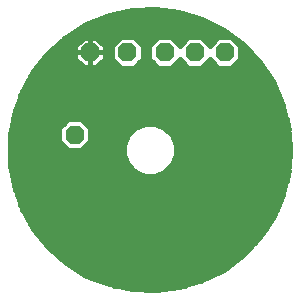
<source format=gbl>
G75*
%MOIN*%
%OFA0B0*%
%FSLAX24Y24*%
%IPPOS*%
%LPD*%
%AMOC8*
5,1,8,0,0,1.08239X$1,22.5*
%
%ADD10OC8,0.0630*%
%ADD11C,0.0160*%
%ADD12R,0.0376X0.0376*%
D10*
X003680Y006180D03*
X004180Y008930D03*
X005430Y008930D03*
X006680Y008930D03*
X007680Y008930D03*
X008680Y008930D03*
D11*
X009684Y002582D02*
X002675Y002582D01*
X002794Y002435D02*
X002294Y003054D01*
X001906Y003748D01*
X001641Y004498D01*
X001507Y005282D01*
X001507Y006078D01*
X001641Y006862D01*
X001906Y007612D01*
X002294Y008306D01*
X002794Y008925D01*
X003391Y009451D01*
X004069Y009868D01*
X004807Y010164D01*
X005584Y010332D01*
X006379Y010366D01*
X007168Y010265D01*
X007929Y010032D01*
X008639Y009674D01*
X009279Y009201D01*
X009829Y008626D01*
X010274Y007967D01*
X010602Y007242D01*
X010803Y006473D01*
X010870Y005680D01*
X010803Y004887D01*
X010602Y004118D01*
X010274Y003393D01*
X009829Y002734D01*
X009279Y002159D01*
X008639Y001686D01*
X007929Y001328D01*
X007168Y001095D01*
X006379Y000994D01*
X005584Y001028D01*
X004807Y001196D01*
X004069Y001492D01*
X003391Y001909D01*
X002794Y002435D01*
X002807Y002424D02*
X009532Y002424D01*
X009380Y002265D02*
X002987Y002265D01*
X003167Y002107D02*
X009207Y002107D01*
X008993Y001948D02*
X003347Y001948D01*
X003586Y001790D02*
X008779Y001790D01*
X008529Y001631D02*
X003843Y001631D01*
X004118Y001473D02*
X008215Y001473D01*
X007882Y001314D02*
X004512Y001314D01*
X004993Y001156D02*
X007365Y001156D01*
X006401Y000997D02*
X006314Y000997D01*
X009834Y002741D02*
X002547Y002741D01*
X002419Y002899D02*
X009941Y002899D01*
X010048Y003058D02*
X002292Y003058D01*
X002204Y003216D02*
X010155Y003216D01*
X010262Y003375D02*
X002115Y003375D01*
X002027Y003533D02*
X010338Y003533D01*
X010410Y003692D02*
X001938Y003692D01*
X001870Y003850D02*
X010481Y003850D01*
X010553Y004009D02*
X001814Y004009D01*
X001758Y004167D02*
X010615Y004167D01*
X010656Y004326D02*
X001702Y004326D01*
X001646Y004484D02*
X010698Y004484D01*
X010739Y004643D02*
X001617Y004643D01*
X001589Y004801D02*
X010780Y004801D01*
X010809Y004960D02*
X006676Y004960D01*
X006667Y004951D02*
X006909Y005193D01*
X007040Y005509D01*
X007040Y005851D01*
X006909Y006167D01*
X006667Y006409D01*
X006351Y006540D01*
X006009Y006540D01*
X005693Y006409D01*
X005451Y006167D01*
X005320Y005851D01*
X005320Y005509D01*
X005451Y005193D01*
X005693Y004951D01*
X006009Y004820D01*
X006351Y004820D01*
X006667Y004951D01*
X006834Y005118D02*
X010822Y005118D01*
X010836Y005277D02*
X006944Y005277D01*
X007009Y005435D02*
X010849Y005435D01*
X010863Y005594D02*
X007040Y005594D01*
X007040Y005752D02*
X010864Y005752D01*
X010850Y005911D02*
X007015Y005911D01*
X006950Y006069D02*
X010837Y006069D01*
X010823Y006228D02*
X006849Y006228D01*
X006690Y006386D02*
X010810Y006386D01*
X010803Y006473D02*
X010803Y006473D01*
X010784Y006545D02*
X004044Y006545D01*
X003893Y006695D02*
X004195Y006393D01*
X004195Y005967D01*
X003893Y005665D01*
X003467Y005665D01*
X003165Y005967D01*
X003165Y006393D01*
X003467Y006695D01*
X003893Y006695D01*
X004195Y006386D02*
X005670Y006386D01*
X005511Y006228D02*
X004195Y006228D01*
X004195Y006069D02*
X005410Y006069D01*
X005345Y005911D02*
X004139Y005911D01*
X003980Y005752D02*
X005320Y005752D01*
X005320Y005594D02*
X001507Y005594D01*
X001507Y005752D02*
X003380Y005752D01*
X003221Y005911D02*
X001507Y005911D01*
X001507Y006069D02*
X003165Y006069D01*
X003165Y006228D02*
X001533Y006228D01*
X001560Y006386D02*
X003165Y006386D01*
X003316Y006545D02*
X001587Y006545D01*
X001614Y006703D02*
X010743Y006703D01*
X010701Y006862D02*
X001641Y006862D01*
X001697Y007020D02*
X010660Y007020D01*
X010619Y007179D02*
X001753Y007179D01*
X001809Y007337D02*
X010559Y007337D01*
X010488Y007496D02*
X001865Y007496D01*
X001930Y007654D02*
X010416Y007654D01*
X010344Y007813D02*
X002018Y007813D01*
X002107Y007971D02*
X010272Y007971D01*
X010165Y008130D02*
X002196Y008130D01*
X002284Y008288D02*
X010058Y008288D01*
X009951Y008447D02*
X008925Y008447D01*
X008893Y008415D02*
X009195Y008717D01*
X009195Y009143D01*
X008893Y009445D01*
X008467Y009445D01*
X008180Y009158D01*
X007893Y009445D01*
X007467Y009445D01*
X007180Y009158D01*
X006893Y009445D01*
X006467Y009445D01*
X006165Y009143D01*
X006165Y008717D01*
X006467Y008415D01*
X006893Y008415D01*
X007180Y008702D01*
X007467Y008415D01*
X007893Y008415D01*
X008180Y008702D01*
X008467Y008415D01*
X008893Y008415D01*
X009083Y008605D02*
X009843Y008605D01*
X009698Y008764D02*
X009195Y008764D01*
X009195Y008922D02*
X009546Y008922D01*
X009394Y009081D02*
X009195Y009081D01*
X009227Y009239D02*
X009099Y009239D01*
X009012Y009398D02*
X008941Y009398D01*
X008798Y009556D02*
X003562Y009556D01*
X003331Y009398D02*
X003947Y009398D01*
X003975Y009425D02*
X003685Y009135D01*
X003685Y008930D01*
X004180Y008930D01*
X004675Y008930D01*
X004675Y009135D01*
X004385Y009425D01*
X004180Y009425D01*
X004180Y008930D01*
X004180Y008930D01*
X004180Y008930D01*
X004675Y008930D01*
X004675Y008725D01*
X004385Y008435D01*
X004180Y008435D01*
X004180Y008930D01*
X004180Y008930D01*
X004180Y008930D01*
X004180Y009425D01*
X003975Y009425D01*
X004180Y009398D02*
X004180Y009398D01*
X004180Y009239D02*
X004180Y009239D01*
X004180Y009081D02*
X004180Y009081D01*
X004180Y008930D02*
X003685Y008930D01*
X003685Y008725D01*
X003975Y008435D01*
X004180Y008435D01*
X004180Y008930D01*
X004180Y008922D02*
X004180Y008922D01*
X004180Y008764D02*
X004180Y008764D01*
X004180Y008605D02*
X004180Y008605D01*
X004180Y008447D02*
X004180Y008447D01*
X004397Y008447D02*
X005185Y008447D01*
X005217Y008415D02*
X005643Y008415D01*
X005945Y008717D01*
X005945Y009143D01*
X005643Y009445D01*
X005217Y009445D01*
X004915Y009143D01*
X004915Y008717D01*
X005217Y008415D01*
X005027Y008605D02*
X004555Y008605D01*
X004675Y008764D02*
X004915Y008764D01*
X004915Y008922D02*
X004675Y008922D01*
X004675Y009081D02*
X004915Y009081D01*
X005011Y009239D02*
X004571Y009239D01*
X004413Y009398D02*
X005169Y009398D01*
X005691Y009398D02*
X006419Y009398D01*
X006261Y009239D02*
X005849Y009239D01*
X005945Y009081D02*
X006165Y009081D01*
X006165Y008922D02*
X005945Y008922D01*
X005945Y008764D02*
X006165Y008764D01*
X006277Y008605D02*
X005833Y008605D01*
X005675Y008447D02*
X006435Y008447D01*
X006925Y008447D02*
X007435Y008447D01*
X007277Y008605D02*
X007083Y008605D01*
X007099Y009239D02*
X007261Y009239D01*
X007419Y009398D02*
X006941Y009398D01*
X007412Y010190D02*
X004925Y010190D01*
X004476Y010032D02*
X007929Y010032D01*
X008244Y009873D02*
X004081Y009873D01*
X003820Y009715D02*
X008558Y009715D01*
X008419Y009398D02*
X007941Y009398D01*
X008099Y009239D02*
X008261Y009239D01*
X008277Y008605D02*
X008083Y008605D01*
X007925Y008447D02*
X008435Y008447D01*
X006514Y010349D02*
X005973Y010349D01*
X003963Y008447D02*
X002408Y008447D01*
X002535Y008605D02*
X003805Y008605D01*
X003685Y008764D02*
X002663Y008764D01*
X002791Y008922D02*
X003685Y008922D01*
X003685Y009081D02*
X002971Y009081D01*
X003151Y009239D02*
X003789Y009239D01*
X005351Y005435D02*
X001507Y005435D01*
X001508Y005277D02*
X005416Y005277D01*
X005526Y005118D02*
X001535Y005118D01*
X001562Y004960D02*
X005684Y004960D01*
D12*
X004680Y005180D03*
X004180Y003180D03*
X007780Y003080D03*
X007180Y006930D03*
X004430Y007430D03*
M02*

</source>
